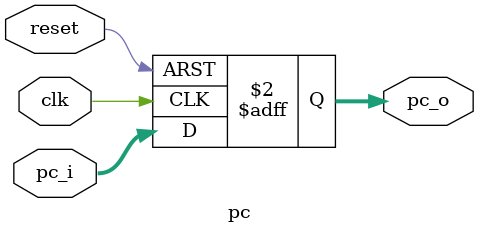
<source format=v>
`timescale 1ns / 1ps


module pc(
    input [31:0] pc_i, 
    input reset, clk,
    output reg [31:0] pc_o
    );
    
    always@(posedge clk, posedge reset)
    begin   
        if (reset)
            pc_o<=32'b0;
        else
            pc_o<=pc_i;
    end    
endmodule

</source>
